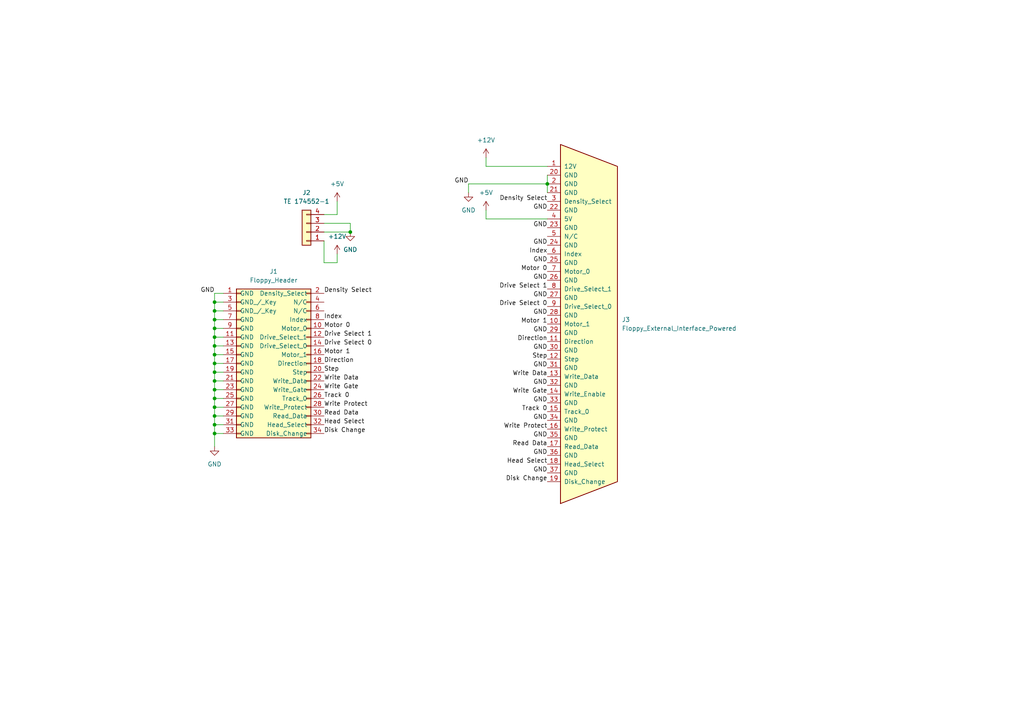
<source format=kicad_sch>
(kicad_sch (version 20211123) (generator eeschema)
  (paper "A4")
  (lib_symbols
    (symbol "Connector_Generic:Conn_01x04" (pin_names (offset 1.016) hide)
      (property "Reference" "J" (at 0 5.08 0))
      (property "Value" "Conn_01x04" (at 0 -7.62 0))
      (symbol "Conn_01x04_1_1"
        (rectangle (start -1.27 -4.953) (end 0 -5.207) (stroke (width 0.1524)))
        (rectangle (start -1.27 -2.413) (end 0 -2.667) (stroke (width 0.1524)))
        (rectangle (start -1.27 0.127) (end 0 -0.127) (stroke (width 0.1524)))
        (rectangle (start -1.27 2.667) (end 0 2.413) (stroke (width 0.1524)))
        (rectangle (start -1.27 3.81) (end 1.27 -6.35) (stroke (width 0.254)) (fill (type background)))
        (pin passive line (at -5.08 2.54 0) (length 3.81) (name "Pin_1") (number "1"))
        (pin passive line (at -5.08 0 0) (length 3.81) (name "Pin_2") (number "2"))
        (pin passive line (at -5.08 -2.54 0) (length 3.81) (name "Pin_3") (number "3"))
        (pin passive line (at -5.08 -5.08 0) (length 3.81) (name "Pin_4") (number "4"))
      )
    )
    (symbol "FloppyPinout:Floppy_External_Interface_Powered" (pin_names (offset 1.016))
      (property "Reference" "J" (at 0 52.07 0))
      (property "Value" "Floppy_External_Interface_Powered" (at 3.81 -53.34 0))
      (symbol "Floppy_External_Interface_Powered_0_1"
        (polyline (pts (xy -3.81 -52.07) (xy 12.7 -45.72) (xy 12.7 45.72) (xy -3.81 52.07) (xy -3.81 -52.07)) (stroke (width 0.254)) (fill (type background)))
      )
      (symbol "Floppy_External_Interface_Powered_1_1"
        (pin power_in line (at -7.62 45.72 0) (length 3.81) (name "12V") (number "1"))
        (pin passive line (at -7.62 0 0) (length 3.81) (name "Motor_1") (number "10"))
        (pin passive line (at -7.62 -5.08 0) (length 3.81) (name "Direction") (number "11"))
        (pin passive line (at -7.62 -10.16 0) (length 3.81) (name "Step") (number "12"))
        (pin passive line (at -7.62 -15.24 0) (length 3.81) (name "Write_Data") (number "13"))
        (pin passive line (at -7.62 -20.32 0) (length 3.81) (name "Write_Enable") (number "14"))
        (pin passive line (at -7.62 -25.4 0) (length 3.81) (name "Track_0") (number "15"))
        (pin passive line (at -7.62 -30.48 0) (length 3.81) (name "Write_Protect") (number "16"))
        (pin passive line (at -7.62 -35.56 0) (length 3.81) (name "Read_Data") (number "17"))
        (pin passive line (at -7.62 -40.64 0) (length 3.81) (name "Head_Select") (number "18"))
        (pin passive line (at -7.62 -45.72 0) (length 3.81) (name "Disk_Change") (number "19"))
        (pin power_in line (at -7.62 40.64 0) (length 3.81) (name "GND") (number "2"))
        (pin power_in line (at -7.62 43.18 0) (length 3.81) (name "GND") (number "20"))
        (pin power_in line (at -7.62 38.1 0) (length 3.81) (name "GND") (number "21"))
        (pin power_in line (at -7.62 33.02 0) (length 3.81) (name "GND") (number "22"))
        (pin power_in line (at -7.62 27.94 0) (length 3.81) (name "GND") (number "23"))
        (pin power_in line (at -7.62 22.86 0) (length 3.81) (name "GND") (number "24"))
        (pin power_in line (at -7.62 17.78 0) (length 3.81) (name "GND") (number "25"))
        (pin power_in line (at -7.62 12.7 0) (length 3.81) (name "GND") (number "26"))
        (pin power_in line (at -7.62 7.62 0) (length 3.81) (name "GND") (number "27"))
        (pin power_in line (at -7.62 2.54 0) (length 3.81) (name "GND") (number "28"))
        (pin power_in line (at -7.62 -2.54 0) (length 3.81) (name "GND") (number "29"))
        (pin passive line (at -7.62 35.56 0) (length 3.81) (name "Density_Select") (number "3"))
        (pin power_in line (at -7.62 -7.62 0) (length 3.81) (name "GND") (number "30"))
        (pin power_in line (at -7.62 -12.7 0) (length 3.81) (name "GND") (number "31"))
        (pin power_in line (at -7.62 -17.78 0) (length 3.81) (name "GND") (number "32"))
        (pin power_in line (at -7.62 -22.86 0) (length 3.81) (name "GND") (number "33"))
        (pin power_in line (at -7.62 -27.94 0) (length 3.81) (name "GND") (number "34"))
        (pin power_in line (at -7.62 -33.02 0) (length 3.81) (name "GND") (number "35"))
        (pin power_in line (at -7.62 -38.1 0) (length 3.81) (name "GND") (number "36"))
        (pin power_in line (at -7.62 -43.18 0) (length 3.81) (name "GND") (number "37"))
        (pin power_in line (at -7.62 30.48 0) (length 3.81) (name "5V") (number "4"))
        (pin passive line (at -7.62 25.4 0) (length 3.81) (name "N/C") (number "5"))
        (pin passive line (at -7.62 20.32 0) (length 3.81) (name "Index") (number "6"))
        (pin passive line (at -7.62 15.24 0) (length 3.81) (name "Motor_0") (number "7"))
        (pin passive line (at -7.62 10.16 0) (length 3.81) (name "Drive_Select_1") (number "8"))
        (pin passive line (at -7.62 5.08 0) (length 3.81) (name "Drive_Select_0") (number "9"))
      )
    )
    (symbol "FloppyPinout:Floppy_Header" (pin_names (offset 1.016))
      (property "Reference" "J" (at 1.27 22.86 0))
      (property "Value" "Floppy_Header" (at 10.16 -22.86 0))
      (symbol "Floppy_Header_1_1"
        (rectangle (start -1.27 -20.193) (end 0 -20.447) (stroke (width 0.1524)))
        (rectangle (start -1.27 -17.653) (end 0 -17.907) (stroke (width 0.1524)))
        (rectangle (start -1.27 -15.113) (end 0 -15.367) (stroke (width 0.1524)))
        (rectangle (start -1.27 -12.573) (end 0 -12.827) (stroke (width 0.1524)))
        (rectangle (start -1.27 -10.033) (end 0 -10.287) (stroke (width 0.1524)))
        (rectangle (start -1.27 -7.493) (end 0 -7.747) (stroke (width 0.1524)))
        (rectangle (start -1.27 -4.953) (end 0 -5.207) (stroke (width 0.1524)))
        (rectangle (start -1.27 -2.413) (end 0 -2.667) (stroke (width 0.1524)))
        (rectangle (start -1.27 0.127) (end 0 -0.127) (stroke (width 0.1524)))
        (rectangle (start -1.27 2.667) (end 0 2.413) (stroke (width 0.1524)))
        (rectangle (start -1.27 5.207) (end 0 4.953) (stroke (width 0.1524)))
        (rectangle (start -1.27 7.747) (end 0 7.493) (stroke (width 0.1524)))
        (rectangle (start -1.27 10.287) (end 0 10.033) (stroke (width 0.1524)))
        (rectangle (start -1.27 12.827) (end 0 12.573) (stroke (width 0.1524)))
        (rectangle (start -1.27 15.367) (end 0 15.113) (stroke (width 0.1524)))
        (rectangle (start -1.27 17.907) (end 0 17.653) (stroke (width 0.1524)))
        (rectangle (start -1.27 20.447) (end 0 20.193) (stroke (width 0.1524)))
        (rectangle (start -1.27 21.59) (end 20.32 -21.59) (stroke (width 0.254)) (fill (type background)))
        (rectangle (start 20.32 -20.193) (end 19.05 -20.447) (stroke (width 0.1524)))
        (rectangle (start 20.32 -17.653) (end 19.05 -17.907) (stroke (width 0.1524)))
        (rectangle (start 20.32 -15.113) (end 19.05 -15.367) (stroke (width 0.1524)))
        (rectangle (start 20.32 -12.573) (end 19.05 -12.827) (stroke (width 0.1524)))
        (rectangle (start 20.32 -10.033) (end 19.05 -10.287) (stroke (width 0.1524)))
        (rectangle (start 20.32 -7.493) (end 19.05 -7.747) (stroke (width 0.1524)))
        (rectangle (start 20.32 -4.953) (end 19.05 -5.207) (stroke (width 0.1524)))
        (rectangle (start 20.32 -2.413) (end 19.05 -2.667) (stroke (width 0.1524)))
        (rectangle (start 20.32 0.127) (end 19.05 -0.127) (stroke (width 0.1524)))
        (rectangle (start 20.32 2.667) (end 19.05 2.413) (stroke (width 0.1524)))
        (rectangle (start 20.32 5.207) (end 19.05 4.953) (stroke (width 0.1524)))
        (rectangle (start 20.32 7.747) (end 19.05 7.493) (stroke (width 0.1524)))
        (rectangle (start 20.32 10.287) (end 19.05 10.033) (stroke (width 0.1524)))
        (rectangle (start 20.32 12.827) (end 19.05 12.573) (stroke (width 0.1524)))
        (rectangle (start 20.32 15.367) (end 19.05 15.113) (stroke (width 0.1524)))
        (rectangle (start 20.32 17.907) (end 19.05 17.653) (stroke (width 0.1524)))
        (rectangle (start 20.32 20.447) (end 19.05 20.193) (stroke (width 0.1524)))
        (pin power_in line (at -5.08 20.32 0) (length 3.81) (name "GND") (number "1"))
        (pin passive line (at 24.13 10.16 180) (length 3.81) (name "Motor_0") (number "10"))
        (pin power_in line (at -5.08 7.62 0) (length 3.81) (name "GND") (number "11"))
        (pin passive line (at 24.13 7.62 180) (length 3.81) (name "Drive_Select_1") (number "12"))
        (pin power_in line (at -5.08 5.08 0) (length 3.81) (name "GND") (number "13"))
        (pin passive line (at 24.13 5.08 180) (length 3.81) (name "Drive_Select_0") (number "14"))
        (pin power_in line (at -5.08 2.54 0) (length 3.81) (name "GND") (number "15"))
        (pin passive line (at 24.13 2.54 180) (length 3.81) (name "Motor_1") (number "16"))
        (pin power_in line (at -5.08 0 0) (length 3.81) (name "GND") (number "17"))
        (pin passive line (at 24.13 0 180) (length 3.81) (name "Direction") (number "18"))
        (pin power_in line (at -5.08 -2.54 0) (length 3.81) (name "GND") (number "19"))
        (pin passive line (at 24.13 20.32 180) (length 3.81) (name "Density_Select") (number "2"))
        (pin passive line (at 24.13 -2.54 180) (length 3.81) (name "Step") (number "20"))
        (pin power_in line (at -5.08 -5.08 0) (length 3.81) (name "GND") (number "21"))
        (pin passive line (at 24.13 -5.08 180) (length 3.81) (name "Write_Data") (number "22"))
        (pin power_in line (at -5.08 -7.62 0) (length 3.81) (name "GND") (number "23"))
        (pin passive line (at 24.13 -7.62 180) (length 3.81) (name "Write_Gate") (number "24"))
        (pin power_in line (at -5.08 -10.16 0) (length 3.81) (name "GND") (number "25"))
        (pin passive line (at 24.13 -10.16 180) (length 3.81) (name "Track_0") (number "26"))
        (pin power_in line (at -5.08 -12.7 0) (length 3.81) (name "GND") (number "27"))
        (pin passive line (at 24.13 -12.7 180) (length 3.81) (name "Write_Protect") (number "28"))
        (pin power_in line (at -5.08 -15.24 0) (length 3.81) (name "GND") (number "29"))
        (pin power_in line (at -5.08 17.78 0) (length 3.81) (name "GND_/_Key") (number "3"))
        (pin passive line (at 24.13 -15.24 180) (length 3.81) (name "Read_Data") (number "30"))
        (pin power_in line (at -5.08 -17.78 0) (length 3.81) (name "GND") (number "31"))
        (pin passive line (at 24.13 -17.78 180) (length 3.81) (name "Head_Select") (number "32"))
        (pin power_in line (at -5.08 -20.32 0) (length 3.81) (name "GND") (number "33"))
        (pin passive line (at 24.13 -20.32 180) (length 3.81) (name "Disk_Change") (number "34"))
        (pin passive line (at 24.13 17.78 180) (length 3.81) (name "N/C") (number "4"))
        (pin power_in line (at -5.08 15.24 0) (length 3.81) (name "GND_/_Key") (number "5"))
        (pin passive line (at 24.13 15.24 180) (length 3.81) (name "N/C") (number "6"))
        (pin power_in line (at -5.08 12.7 0) (length 3.81) (name "GND") (number "7"))
        (pin passive line (at 24.13 12.7 180) (length 3.81) (name "Index") (number "8"))
        (pin power_in line (at -5.08 10.16 0) (length 3.81) (name "GND") (number "9"))
      )
    )
    (symbol "power:+12V" (power) (pin_names (offset 0))
      (property "Value" "+12V" (at 0 3.556 0))
      (symbol "+12V_0_1"
        (polyline (pts (xy -0.762 1.27) (xy 0 2.54)))
        (polyline (pts (xy 0 0) (xy 0 2.54)))
        (polyline (pts (xy 0 2.54) (xy 0.762 1.27)))
      )
      (symbol "+12V_1_1"
        (pin power_in line (at 0 0 90) (length 0) hide (name "+12V") (number "1"))
      )
    )
    (symbol "power:+5V" (power) (pin_names (offset 0))
      (property "Value" "+5V" (at 0 3.556 0))
      (symbol "+5V_0_1"
        (polyline (pts (xy -0.762 1.27) (xy 0 2.54)))
        (polyline (pts (xy 0 0) (xy 0 2.54)))
        (polyline (pts (xy 0 2.54) (xy 0.762 1.27)))
      )
      (symbol "+5V_1_1"
        (pin power_in line (at 0 0 90) (length 0) hide (name "+5V") (number "1"))
      )
    )
    (symbol "power:GND" (power) (pin_names (offset 0))
      (property "Value" "GND" (at 0 -3.81 0))
      (symbol "GND_0_1"
        (polyline (pts (xy 0 0) (xy 0 -1.27) (xy 1.27 -1.27) (xy 0 -2.54) (xy -1.27 -1.27) (xy 0 -1.27)))
      )
      (symbol "GND_1_1"
        (pin power_in line (at 0 0 270) (length 0) hide (name "GND") (number "1"))
      )
    )
  )
  (junction (at 62.23 118.11))
  (junction (at 158.75 53.34))
  (junction (at 101.6 67.31))
  (junction (at 62.23 123.19))
  (junction (at 62.23 87.63))
  (junction (at 62.23 90.17))
  (junction (at 62.23 97.79))
  (junction (at 62.23 107.95))
  (junction (at 62.23 125.73))
  (junction (at 62.23 113.03))
  (junction (at 62.23 92.71))
  (junction (at 62.23 95.25))
  (junction (at 62.23 110.49))
  (junction (at 62.23 102.87))
  (junction (at 62.23 100.33))
  (junction (at 62.23 105.41))
  (junction (at 62.23 120.65))
  (junction (at 62.23 115.57))
  (wire (pts (xy 93.98 64.77) (xy 101.6 64.77)))
  (wire (pts (xy 140.97 48.26) (xy 158.75 48.26)))
  (wire (pts (xy 140.97 60.96) (xy 140.97 63.5)))
  (wire (pts (xy 93.98 67.31) (xy 101.6 67.31)))
  (wire (pts (xy 101.6 64.77) (xy 101.6 67.31)))
  (wire (pts (xy 64.77 90.17) (xy 62.23 90.17)))
  (wire (pts (xy 62.23 113.03) (xy 62.23 115.57)))
  (wire (pts (xy 62.23 100.33) (xy 62.23 102.87)))
  (wire (pts (xy 62.23 125.73) (xy 62.23 129.54)))
  (wire (pts (xy 97.79 76.2) (xy 97.79 73.66)))
  (wire (pts (xy 62.23 107.95) (xy 62.23 110.49)))
  (wire (pts (xy 62.23 110.49) (xy 62.23 113.03)))
  (wire (pts (xy 62.23 95.25) (xy 62.23 97.79)))
  (wire (pts (xy 64.77 125.73) (xy 62.23 125.73)))
  (wire (pts (xy 62.23 102.87) (xy 62.23 105.41)))
  (wire (pts (xy 64.77 105.41) (xy 62.23 105.41)))
  (wire (pts (xy 158.75 53.34) (xy 135.89 53.34)))
  (wire (pts (xy 64.77 113.03) (xy 62.23 113.03)))
  (wire (pts (xy 93.98 76.2) (xy 97.79 76.2)))
  (wire (pts (xy 62.23 90.17) (xy 62.23 92.71)))
  (wire (pts (xy 62.23 85.09) (xy 62.23 87.63)))
  (wire (pts (xy 64.77 107.95) (xy 62.23 107.95)))
  (wire (pts (xy 93.98 62.23) (xy 97.79 62.23)))
  (wire (pts (xy 62.23 123.19) (xy 62.23 125.73)))
  (wire (pts (xy 62.23 92.71) (xy 62.23 95.25)))
  (wire (pts (xy 158.75 50.8) (xy 158.75 53.34)))
  (wire (pts (xy 64.77 115.57) (xy 62.23 115.57)))
  (wire (pts (xy 64.77 92.71) (xy 62.23 92.71)))
  (wire (pts (xy 158.75 53.34) (xy 158.75 55.88)))
  (wire (pts (xy 62.23 118.11) (xy 62.23 120.65)))
  (wire (pts (xy 64.77 95.25) (xy 62.23 95.25)))
  (wire (pts (xy 140.97 63.5) (xy 158.75 63.5)))
  (wire (pts (xy 64.77 118.11) (xy 62.23 118.11)))
  (wire (pts (xy 62.23 97.79) (xy 62.23 100.33)))
  (wire (pts (xy 64.77 97.79) (xy 62.23 97.79)))
  (wire (pts (xy 64.77 123.19) (xy 62.23 123.19)))
  (wire (pts (xy 62.23 105.41) (xy 62.23 107.95)))
  (wire (pts (xy 64.77 120.65) (xy 62.23 120.65)))
  (wire (pts (xy 135.89 53.34) (xy 135.89 55.88)))
  (wire (pts (xy 64.77 102.87) (xy 62.23 102.87)))
  (wire (pts (xy 97.79 62.23) (xy 97.79 58.42)))
  (wire (pts (xy 62.23 87.63) (xy 62.23 90.17)))
  (wire (pts (xy 64.77 110.49) (xy 62.23 110.49)))
  (wire (pts (xy 64.77 100.33) (xy 62.23 100.33)))
  (wire (pts (xy 62.23 115.57) (xy 62.23 118.11)))
  (wire (pts (xy 64.77 85.09) (xy 62.23 85.09)))
  (wire (pts (xy 93.98 69.85) (xy 93.98 76.2)))
  (wire (pts (xy 62.23 120.65) (xy 62.23 123.19)))
  (wire (pts (xy 140.97 45.72) (xy 140.97 48.26)))
  (wire (pts (xy 64.77 87.63) (xy 62.23 87.63)))
  (label "Drive Select 0" (at 93.98 100.33 0))
  (label "GND" (at 158.75 96.52 180))
  (label "Density Select" (at 158.75 58.42 180))
  (label "GND" (at 158.75 71.12 180))
  (label "Disk Change" (at 93.98 125.73 0))
  (label "Index" (at 93.98 92.71 0))
  (label "Disk Change" (at 158.75 139.7 180))
  (label "Motor 0" (at 158.75 78.74 180))
  (label "Write Gate" (at 158.75 114.3 180))
  (label "Density Select" (at 93.98 85.09 0))
  (label "Motor 0" (at 93.98 95.25 0))
  (label "Write Protect" (at 158.75 124.46 180))
  (label "Motor 1" (at 158.75 93.98 180))
  (label "Track 0" (at 158.75 119.38 180))
  (label "Index" (at 158.75 73.66 180))
  (label "Track 0" (at 93.98 115.57 0))
  (label "GND" (at 158.75 111.76 180))
  (label "Direction" (at 158.75 99.06 180))
  (label "GND" (at 158.75 116.84 180))
  (label "Direction" (at 93.98 105.41 0))
  (label "Read Data" (at 158.75 129.54 180))
  (label "GND" (at 158.75 81.28 180))
  (label "GND" (at 158.75 127 180))
  (label "GND" (at 158.75 121.92 180))
  (label "Read Data" (at 93.98 120.65 0))
  (label "GND" (at 158.75 101.6 180))
  (label "Write Protect" (at 93.98 118.11 0))
  (label "GND" (at 158.75 66.04 180))
  (label "GND" (at 158.75 106.68 180))
  (label "Head Select" (at 158.75 134.62 180))
  (label "Head Select" (at 93.98 123.19 0))
  (label "Write Data" (at 158.75 109.22 180))
  (label "Step" (at 158.75 104.14 180))
  (label "GND" (at 158.75 91.44 180))
  (label "Motor 1" (at 93.98 102.87 0))
  (label "GND" (at 135.89 53.34 180))
  (label "GND" (at 158.75 132.08 180))
  (label "Write Gate" (at 93.98 113.03 0))
  (label "Drive Select 1" (at 93.98 97.79 0))
  (label "GND" (at 158.75 86.36 180))
  (label "Step" (at 93.98 107.95 0))
  (label "GND" (at 158.75 137.16 180))
  (label "Drive Select 0" (at 158.75 88.9 180))
  (label "Drive Select 1" (at 158.75 83.82 180))
  (label "Write Data" (at 93.98 110.49 0))
  (label "GND" (at 158.75 60.96 180))
  (label "GND" (at 62.23 85.09 180))
  (label "GND" (at 158.75 76.2 180))
  (symbol (lib_id "power:+5V") (at 97.79 58.42 0) (unit 1)
    (property "Reference" "#PWR0104" (effects hide))
    (property "Value" "+5V" (at 97.79 53.34 0))
  )
  (symbol (lib_id "power:GND") (at 101.6 67.31 0) (unit 1)
    (property "Reference" "#PWR0102" (effects hide))
    (property "Value" "GND" (at 101.6 72.39 0))
    (property "Footprint" "Connector_PinSocket_2.54mm:PinSocket_2x17_P2.54mm_Horizontal" (effects hide))
  )
  (symbol (lib_id "power:+5V") (at 140.97 60.96 0) (unit 1)
    (property "Reference" "#PWR0106" (effects hide))
    (property "Value" "+5V" (at 140.97 55.88 0))
  )
  (symbol (lib_id "power:GND") (at 62.23 129.54 0) (unit 1)
    (property "Reference" "#PWR0101" (effects hide))
    (property "Value" "GND" (at 62.23 134.62 0))
    (property "Footprint" "Connector_PinSocket_2.54mm:PinSocket_2x17_P2.54mm_Horizontal" (effects hide))
  )
  (symbol (lib_id "power:GND") (at 135.89 55.88 0) (unit 1)
    (property "Reference" "#PWR0105" (effects hide))
    (property "Value" "GND" (at 135.89 60.96 0))
    (property "Footprint" "Connector_PinSocket_2.54mm:PinSocket_2x17_P2.54mm_Horizontal" (effects hide))
  )
  (symbol (lib_id "power:+12V") (at 140.97 45.72 0) (unit 1)
    (property "Reference" "#PWR0107" (effects hide))
    (property "Value" "+12V" (at 140.97 40.64 0))
  )
  (symbol (lib_id "Connector_Generic:Conn_01x04") (at 88.9 67.31 180) (unit 1)
    (property "Reference" "J2" (at 88.9 55.88 0))
    (property "Value" "TE 174552-1" (at 88.9 58.42 0))
    (property "Footprint" "TE-Conn:1745521" (effects hide))
  )
  (symbol (lib_id "FloppyPinout:Floppy_External_Interface_Powered") (at 166.37 93.98 0) (unit 1)
    (property "Reference" "J3" (at 180.34 92.7099 0) (effects (justify left)))
    (property "Value" "Floppy_External_Interface_Powered" (at 180.34 95.2499 0) (effects (justify left)))
    (property "Footprint" "Connector_Dsub:DSUB-37_Female_Horizontal_P2.77x2.84mm_EdgePinOffset4.94mm_Housed_MountingHolesOffset7.48mm" (effects hide))
    (property "Datasheet" " ~" (effects hide))
  )
  (symbol (lib_id "FloppyPinout:Floppy_Header") (at 69.85 105.41 0) (unit 1)
    (property "Reference" "J1" (at 79.375 78.74 0))
    (property "Value" "Floppy_Header" (at 79.375 81.28 0))
    (property "Footprint" "Connector_PinSocket_2.54mm:PinSocket_2x17_P2.54mm_Horizontal" (effects hide))
  )
  (symbol (lib_id "power:+12V") (at 97.79 73.66 0) (unit 1)
    (property "Reference" "#PWR0103" (effects hide))
    (property "Value" "+12V" (at 97.79 68.58 0))
  )
)
</source>
